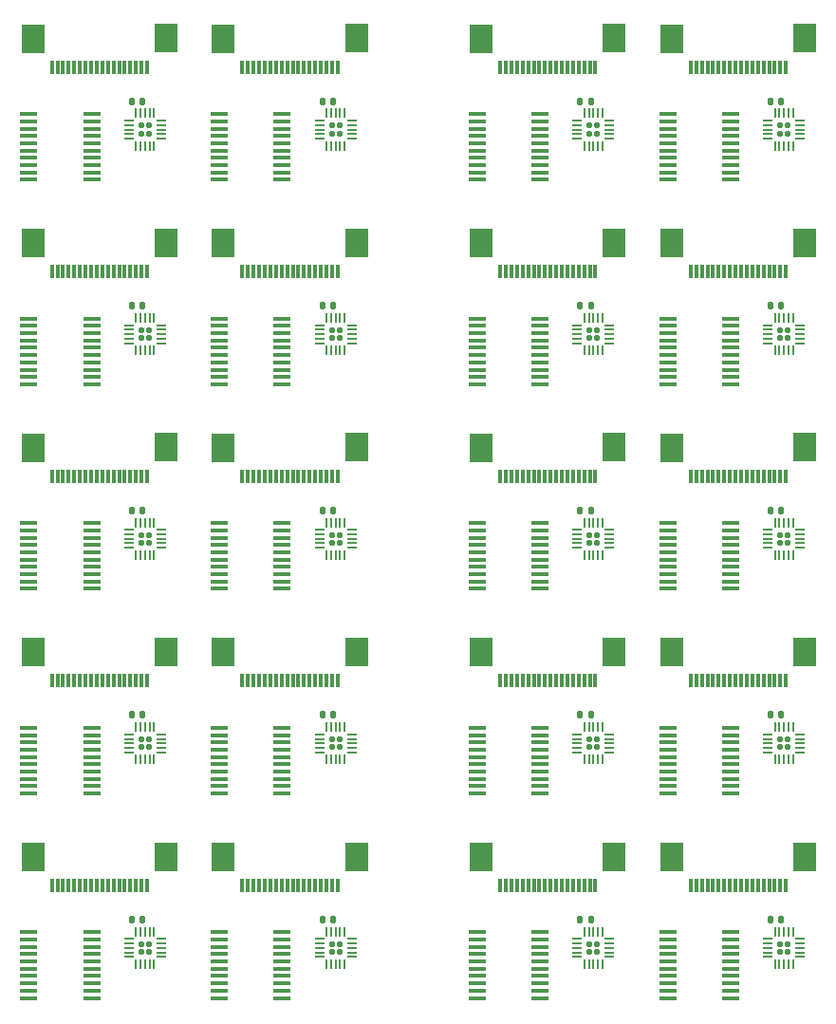
<source format=gbr>
%TF.GenerationSoftware,KiCad,Pcbnew,8.0.5-unknown-202409181836~355805756e~ubuntu22.04.1*%
%TF.CreationDate,2024-10-08T14:59:54+01:00*%
%TF.ProjectId,PANEL5x4_COM_MOD,50414e45-4c35-4783-945f-434f4d5f4d4f,1.0*%
%TF.SameCoordinates,Original*%
%TF.FileFunction,Paste,Top*%
%TF.FilePolarity,Positive*%
%FSLAX46Y46*%
G04 Gerber Fmt 4.6, Leading zero omitted, Abs format (unit mm)*
G04 Created by KiCad (PCBNEW 8.0.5-unknown-202409181836~355805756e~ubuntu22.04.1) date 2024-10-08 14:59:54*
%MOMM*%
%LPD*%
G01*
G04 APERTURE LIST*
G04 Aperture macros list*
%AMRoundRect*
0 Rectangle with rounded corners*
0 $1 Rounding radius*
0 $2 $3 $4 $5 $6 $7 $8 $9 X,Y pos of 4 corners*
0 Add a 4 corners polygon primitive as box body*
4,1,4,$2,$3,$4,$5,$6,$7,$8,$9,$2,$3,0*
0 Add four circle primitives for the rounded corners*
1,1,$1+$1,$2,$3*
1,1,$1+$1,$4,$5*
1,1,$1+$1,$6,$7*
1,1,$1+$1,$8,$9*
0 Add four rect primitives between the rounded corners*
20,1,$1+$1,$2,$3,$4,$5,0*
20,1,$1+$1,$4,$5,$6,$7,0*
20,1,$1+$1,$6,$7,$8,$9,0*
20,1,$1+$1,$8,$9,$2,$3,0*%
G04 Aperture macros list end*
%ADD10RoundRect,0.140000X0.140000X0.170000X-0.140000X0.170000X-0.140000X-0.170000X0.140000X-0.170000X0*%
%ADD11R,1.600000X0.300000*%
%ADD12RoundRect,0.125000X-0.125000X0.125000X-0.125000X-0.125000X0.125000X-0.125000X0.125000X0.125000X0*%
%ADD13RoundRect,0.050000X-0.050000X0.375000X-0.050000X-0.375000X0.050000X-0.375000X0.050000X0.375000X0*%
%ADD14RoundRect,0.050000X-0.375000X0.050000X-0.375000X-0.050000X0.375000X-0.050000X0.375000X0.050000X0*%
%ADD15R,0.300000X1.250000*%
%ADD16R,2.000000X2.500000*%
G04 APERTURE END LIST*
D10*
%TO.C,C1*%
X34339999Y-31690001D03*
X33379999Y-31690001D03*
%TD*%
D11*
%TO.C,U2*%
X24200000Y-69325003D03*
X24200000Y-69975003D03*
X24200000Y-70625003D03*
X24200000Y-71275003D03*
X24200000Y-71925003D03*
X24200000Y-72575003D03*
X24200000Y-73225003D03*
X24200000Y-73875003D03*
X24200000Y-74525003D03*
X24200000Y-75175003D03*
X29800000Y-75175003D03*
X29800000Y-74525003D03*
X29800000Y-73875003D03*
X29800000Y-73225003D03*
X29800000Y-72575003D03*
X29800000Y-71925003D03*
X29800000Y-71275003D03*
X29800000Y-70625003D03*
X29800000Y-69975003D03*
X29800000Y-69325003D03*
%TD*%
%TO.C,U2*%
X47200000Y-51075002D03*
X47200000Y-51725002D03*
X47200000Y-52375002D03*
X47200000Y-53025002D03*
X47200000Y-53675002D03*
X47200000Y-54325002D03*
X47200000Y-54975002D03*
X47200000Y-55625002D03*
X47200000Y-56275002D03*
X47200000Y-56925002D03*
X52800000Y-56925002D03*
X52800000Y-56275002D03*
X52800000Y-55625002D03*
X52800000Y-54975002D03*
X52800000Y-54325002D03*
X52800000Y-53675002D03*
X52800000Y-53025002D03*
X52800000Y-52375002D03*
X52800000Y-51725002D03*
X52800000Y-51075002D03*
%TD*%
D10*
%TO.C,C1*%
X57339999Y-49940002D03*
X56379999Y-49940002D03*
%TD*%
D12*
%TO.C,U1*%
X74919999Y-33860001D03*
X74219999Y-33860001D03*
X74919999Y-34560001D03*
X74219999Y-34560001D03*
D13*
X75369999Y-32760001D03*
X74969999Y-32760001D03*
X74569999Y-32760001D03*
X74169999Y-32760001D03*
X73769999Y-32760001D03*
D14*
X73119999Y-33410001D03*
X73119999Y-33810001D03*
X73119999Y-34210001D03*
X73119999Y-34610001D03*
X73119999Y-35010001D03*
D13*
X73769999Y-35660001D03*
X74169999Y-35660001D03*
X74569999Y-35660001D03*
X74969999Y-35660001D03*
X75369999Y-35660001D03*
D14*
X76019999Y-35010001D03*
X76019999Y-34610001D03*
X76019999Y-34210001D03*
X76019999Y-33810001D03*
X76019999Y-33410001D03*
%TD*%
D10*
%TO.C,C1*%
X34339999Y-68190003D03*
X33379999Y-68190003D03*
%TD*%
%TO.C,C1*%
X57339999Y-31690001D03*
X56379999Y-31690001D03*
%TD*%
D15*
%TO.C,FPC2*%
X34750000Y-28640001D03*
X34250000Y-28640001D03*
X33750000Y-28640001D03*
X33250000Y-28640001D03*
X32750000Y-28640001D03*
X32250000Y-28640001D03*
X31750000Y-28640001D03*
X31250000Y-28640001D03*
X30750000Y-28640001D03*
X30250000Y-28640001D03*
X29750000Y-28640001D03*
X29250000Y-28640001D03*
X28750000Y-28640001D03*
X28250000Y-28640001D03*
X27750000Y-28640001D03*
X27250000Y-28640001D03*
X26750000Y-28640001D03*
X26250000Y-28640001D03*
D16*
X36440000Y-26060001D03*
X24560000Y-26100001D03*
%TD*%
D11*
%TO.C,U2*%
X64200000Y-51075002D03*
X64200000Y-51725002D03*
X64200000Y-52375002D03*
X64200000Y-53025002D03*
X64200000Y-53675002D03*
X64200000Y-54325002D03*
X64200000Y-54975002D03*
X64200000Y-55625002D03*
X64200000Y-56275002D03*
X64200000Y-56925002D03*
X69800000Y-56925002D03*
X69800000Y-56275002D03*
X69800000Y-55625002D03*
X69800000Y-54975002D03*
X69800000Y-54325002D03*
X69800000Y-53675002D03*
X69800000Y-53025002D03*
X69800000Y-52375002D03*
X69800000Y-51725002D03*
X69800000Y-51075002D03*
%TD*%
%TO.C,U2*%
X47200000Y-69325003D03*
X47200000Y-69975003D03*
X47200000Y-70625003D03*
X47200000Y-71275003D03*
X47200000Y-71925003D03*
X47200000Y-72575003D03*
X47200000Y-73225003D03*
X47200000Y-73875003D03*
X47200000Y-74525003D03*
X47200000Y-75175003D03*
X52800000Y-75175003D03*
X52800000Y-74525003D03*
X52800000Y-73875003D03*
X52800000Y-73225003D03*
X52800000Y-72575003D03*
X52800000Y-71925003D03*
X52800000Y-71275003D03*
X52800000Y-70625003D03*
X52800000Y-69975003D03*
X52800000Y-69325003D03*
%TD*%
D12*
%TO.C,U1*%
X34919999Y-88610004D03*
X34219999Y-88610004D03*
X34919999Y-89310004D03*
X34219999Y-89310004D03*
D13*
X35369999Y-87510004D03*
X34969999Y-87510004D03*
X34569999Y-87510004D03*
X34169999Y-87510004D03*
X33769999Y-87510004D03*
D14*
X33119999Y-88160004D03*
X33119999Y-88560004D03*
X33119999Y-88960004D03*
X33119999Y-89360004D03*
X33119999Y-89760004D03*
D13*
X33769999Y-90410004D03*
X34169999Y-90410004D03*
X34569999Y-90410004D03*
X34969999Y-90410004D03*
X35369999Y-90410004D03*
D14*
X36019999Y-89760004D03*
X36019999Y-89360004D03*
X36019999Y-88960004D03*
X36019999Y-88560004D03*
X36019999Y-88160004D03*
%TD*%
D11*
%TO.C,U2*%
X47200000Y-14575000D03*
X47200000Y-15225000D03*
X47200000Y-15875000D03*
X47200000Y-16525000D03*
X47200000Y-17175000D03*
X47200000Y-17825000D03*
X47200000Y-18475000D03*
X47200000Y-19125000D03*
X47200000Y-19775000D03*
X47200000Y-20425000D03*
X52800000Y-20425000D03*
X52800000Y-19775000D03*
X52800000Y-19125000D03*
X52800000Y-18475000D03*
X52800000Y-17825000D03*
X52800000Y-17175000D03*
X52800000Y-16525000D03*
X52800000Y-15875000D03*
X52800000Y-15225000D03*
X52800000Y-14575000D03*
%TD*%
D15*
%TO.C,FPC2*%
X17750000Y-83390004D03*
X17250000Y-83390004D03*
X16750000Y-83390004D03*
X16250000Y-83390004D03*
X15750000Y-83390004D03*
X15250000Y-83390004D03*
X14750000Y-83390004D03*
X14250000Y-83390004D03*
X13750000Y-83390004D03*
X13250000Y-83390004D03*
X12750000Y-83390004D03*
X12250000Y-83390004D03*
X11750000Y-83390004D03*
X11250000Y-83390004D03*
X10750000Y-83390004D03*
X10250000Y-83390004D03*
X9750000Y-83390004D03*
X9250000Y-83390004D03*
D16*
X19440000Y-80810004D03*
X7560000Y-80850004D03*
%TD*%
D11*
%TO.C,U2*%
X7200000Y-32825001D03*
X7200000Y-33475001D03*
X7200000Y-34125001D03*
X7200000Y-34775001D03*
X7200000Y-35425001D03*
X7200000Y-36075001D03*
X7200000Y-36725001D03*
X7200000Y-37375001D03*
X7200000Y-38025001D03*
X7200000Y-38675001D03*
X12800000Y-38675001D03*
X12800000Y-38025001D03*
X12800000Y-37375001D03*
X12800000Y-36725001D03*
X12800000Y-36075001D03*
X12800000Y-35425001D03*
X12800000Y-34775001D03*
X12800000Y-34125001D03*
X12800000Y-33475001D03*
X12800000Y-32825001D03*
%TD*%
D12*
%TO.C,U1*%
X34919999Y-15610000D03*
X34219999Y-15610000D03*
X34919999Y-16310000D03*
X34219999Y-16310000D03*
D13*
X35369999Y-14510000D03*
X34969999Y-14510000D03*
X34569999Y-14510000D03*
X34169999Y-14510000D03*
X33769999Y-14510000D03*
D14*
X33119999Y-15160000D03*
X33119999Y-15560000D03*
X33119999Y-15960000D03*
X33119999Y-16360000D03*
X33119999Y-16760000D03*
D13*
X33769999Y-17410000D03*
X34169999Y-17410000D03*
X34569999Y-17410000D03*
X34969999Y-17410000D03*
X35369999Y-17410000D03*
D14*
X36019999Y-16760000D03*
X36019999Y-16360000D03*
X36019999Y-15960000D03*
X36019999Y-15560000D03*
X36019999Y-15160000D03*
%TD*%
D10*
%TO.C,C1*%
X17339999Y-31690001D03*
X16379999Y-31690001D03*
%TD*%
D15*
%TO.C,FPC2*%
X34750000Y-65140003D03*
X34250000Y-65140003D03*
X33750000Y-65140003D03*
X33250000Y-65140003D03*
X32750000Y-65140003D03*
X32250000Y-65140003D03*
X31750000Y-65140003D03*
X31250000Y-65140003D03*
X30750000Y-65140003D03*
X30250000Y-65140003D03*
X29750000Y-65140003D03*
X29250000Y-65140003D03*
X28750000Y-65140003D03*
X28250000Y-65140003D03*
X27750000Y-65140003D03*
X27250000Y-65140003D03*
X26750000Y-65140003D03*
X26250000Y-65140003D03*
D16*
X36440000Y-62560003D03*
X24560000Y-62600003D03*
%TD*%
D12*
%TO.C,U1*%
X17919999Y-70360003D03*
X17219999Y-70360003D03*
X17919999Y-71060003D03*
X17219999Y-71060003D03*
D13*
X18369999Y-69260003D03*
X17969999Y-69260003D03*
X17569999Y-69260003D03*
X17169999Y-69260003D03*
X16769999Y-69260003D03*
D14*
X16119999Y-69910003D03*
X16119999Y-70310003D03*
X16119999Y-70710003D03*
X16119999Y-71110003D03*
X16119999Y-71510003D03*
D13*
X16769999Y-72160003D03*
X17169999Y-72160003D03*
X17569999Y-72160003D03*
X17969999Y-72160003D03*
X18369999Y-72160003D03*
D14*
X19019999Y-71510003D03*
X19019999Y-71110003D03*
X19019999Y-70710003D03*
X19019999Y-70310003D03*
X19019999Y-69910003D03*
%TD*%
D12*
%TO.C,U1*%
X57919999Y-70360003D03*
X57219999Y-70360003D03*
X57919999Y-71060003D03*
X57219999Y-71060003D03*
D13*
X58369999Y-69260003D03*
X57969999Y-69260003D03*
X57569999Y-69260003D03*
X57169999Y-69260003D03*
X56769999Y-69260003D03*
D14*
X56119999Y-69910003D03*
X56119999Y-70310003D03*
X56119999Y-70710003D03*
X56119999Y-71110003D03*
X56119999Y-71510003D03*
D13*
X56769999Y-72160003D03*
X57169999Y-72160003D03*
X57569999Y-72160003D03*
X57969999Y-72160003D03*
X58369999Y-72160003D03*
D14*
X59019999Y-71510003D03*
X59019999Y-71110003D03*
X59019999Y-70710003D03*
X59019999Y-70310003D03*
X59019999Y-69910003D03*
%TD*%
D11*
%TO.C,U2*%
X24200000Y-87575004D03*
X24200000Y-88225004D03*
X24200000Y-88875004D03*
X24200000Y-89525004D03*
X24200000Y-90175004D03*
X24200000Y-90825004D03*
X24200000Y-91475004D03*
X24200000Y-92125004D03*
X24200000Y-92775004D03*
X24200000Y-93425004D03*
X29800000Y-93425004D03*
X29800000Y-92775004D03*
X29800000Y-92125004D03*
X29800000Y-91475004D03*
X29800000Y-90825004D03*
X29800000Y-90175004D03*
X29800000Y-89525004D03*
X29800000Y-88875004D03*
X29800000Y-88225004D03*
X29800000Y-87575004D03*
%TD*%
D15*
%TO.C,FPC2*%
X17750000Y-28640001D03*
X17250000Y-28640001D03*
X16750000Y-28640001D03*
X16250000Y-28640001D03*
X15750000Y-28640001D03*
X15250000Y-28640001D03*
X14750000Y-28640001D03*
X14250000Y-28640001D03*
X13750000Y-28640001D03*
X13250000Y-28640001D03*
X12750000Y-28640001D03*
X12250000Y-28640001D03*
X11750000Y-28640001D03*
X11250000Y-28640001D03*
X10750000Y-28640001D03*
X10250000Y-28640001D03*
X9750000Y-28640001D03*
X9250000Y-28640001D03*
D16*
X19440000Y-26060001D03*
X7560000Y-26100001D03*
%TD*%
D15*
%TO.C,FPC2*%
X57750000Y-46890002D03*
X57250000Y-46890002D03*
X56750000Y-46890002D03*
X56250000Y-46890002D03*
X55750000Y-46890002D03*
X55250000Y-46890002D03*
X54750000Y-46890002D03*
X54250000Y-46890002D03*
X53750000Y-46890002D03*
X53250000Y-46890002D03*
X52750000Y-46890002D03*
X52250000Y-46890002D03*
X51750000Y-46890002D03*
X51250000Y-46890002D03*
X50750000Y-46890002D03*
X50250000Y-46890002D03*
X49750000Y-46890002D03*
X49250000Y-46890002D03*
D16*
X59440000Y-44310002D03*
X47560000Y-44350002D03*
%TD*%
D15*
%TO.C,FPC2*%
X34750000Y-83390004D03*
X34250000Y-83390004D03*
X33750000Y-83390004D03*
X33250000Y-83390004D03*
X32750000Y-83390004D03*
X32250000Y-83390004D03*
X31750000Y-83390004D03*
X31250000Y-83390004D03*
X30750000Y-83390004D03*
X30250000Y-83390004D03*
X29750000Y-83390004D03*
X29250000Y-83390004D03*
X28750000Y-83390004D03*
X28250000Y-83390004D03*
X27750000Y-83390004D03*
X27250000Y-83390004D03*
X26750000Y-83390004D03*
X26250000Y-83390004D03*
D16*
X36440000Y-80810004D03*
X24560000Y-80850004D03*
%TD*%
D12*
%TO.C,U1*%
X74919999Y-15610000D03*
X74219999Y-15610000D03*
X74919999Y-16310000D03*
X74219999Y-16310000D03*
D13*
X75369999Y-14510000D03*
X74969999Y-14510000D03*
X74569999Y-14510000D03*
X74169999Y-14510000D03*
X73769999Y-14510000D03*
D14*
X73119999Y-15160000D03*
X73119999Y-15560000D03*
X73119999Y-15960000D03*
X73119999Y-16360000D03*
X73119999Y-16760000D03*
D13*
X73769999Y-17410000D03*
X74169999Y-17410000D03*
X74569999Y-17410000D03*
X74969999Y-17410000D03*
X75369999Y-17410000D03*
D14*
X76019999Y-16760000D03*
X76019999Y-16360000D03*
X76019999Y-15960000D03*
X76019999Y-15560000D03*
X76019999Y-15160000D03*
%TD*%
D15*
%TO.C,FPC2*%
X17750000Y-46890002D03*
X17250000Y-46890002D03*
X16750000Y-46890002D03*
X16250000Y-46890002D03*
X15750000Y-46890002D03*
X15250000Y-46890002D03*
X14750000Y-46890002D03*
X14250000Y-46890002D03*
X13750000Y-46890002D03*
X13250000Y-46890002D03*
X12750000Y-46890002D03*
X12250000Y-46890002D03*
X11750000Y-46890002D03*
X11250000Y-46890002D03*
X10750000Y-46890002D03*
X10250000Y-46890002D03*
X9750000Y-46890002D03*
X9250000Y-46890002D03*
D16*
X19440000Y-44310002D03*
X7560000Y-44350002D03*
%TD*%
D15*
%TO.C,FPC2*%
X17750000Y-65140003D03*
X17250000Y-65140003D03*
X16750000Y-65140003D03*
X16250000Y-65140003D03*
X15750000Y-65140003D03*
X15250000Y-65140003D03*
X14750000Y-65140003D03*
X14250000Y-65140003D03*
X13750000Y-65140003D03*
X13250000Y-65140003D03*
X12750000Y-65140003D03*
X12250000Y-65140003D03*
X11750000Y-65140003D03*
X11250000Y-65140003D03*
X10750000Y-65140003D03*
X10250000Y-65140003D03*
X9750000Y-65140003D03*
X9250000Y-65140003D03*
D16*
X19440000Y-62560003D03*
X7560000Y-62600003D03*
%TD*%
D15*
%TO.C,FPC2*%
X57750000Y-65140003D03*
X57250000Y-65140003D03*
X56750000Y-65140003D03*
X56250000Y-65140003D03*
X55750000Y-65140003D03*
X55250000Y-65140003D03*
X54750000Y-65140003D03*
X54250000Y-65140003D03*
X53750000Y-65140003D03*
X53250000Y-65140003D03*
X52750000Y-65140003D03*
X52250000Y-65140003D03*
X51750000Y-65140003D03*
X51250000Y-65140003D03*
X50750000Y-65140003D03*
X50250000Y-65140003D03*
X49750000Y-65140003D03*
X49250000Y-65140003D03*
D16*
X59440000Y-62560003D03*
X47560000Y-62600003D03*
%TD*%
D11*
%TO.C,U2*%
X7200000Y-87575004D03*
X7200000Y-88225004D03*
X7200000Y-88875004D03*
X7200000Y-89525004D03*
X7200000Y-90175004D03*
X7200000Y-90825004D03*
X7200000Y-91475004D03*
X7200000Y-92125004D03*
X7200000Y-92775004D03*
X7200000Y-93425004D03*
X12800000Y-93425004D03*
X12800000Y-92775004D03*
X12800000Y-92125004D03*
X12800000Y-91475004D03*
X12800000Y-90825004D03*
X12800000Y-90175004D03*
X12800000Y-89525004D03*
X12800000Y-88875004D03*
X12800000Y-88225004D03*
X12800000Y-87575004D03*
%TD*%
D10*
%TO.C,C1*%
X17339999Y-86440004D03*
X16379999Y-86440004D03*
%TD*%
D11*
%TO.C,U2*%
X64200000Y-14575000D03*
X64200000Y-15225000D03*
X64200000Y-15875000D03*
X64200000Y-16525000D03*
X64200000Y-17175000D03*
X64200000Y-17825000D03*
X64200000Y-18475000D03*
X64200000Y-19125000D03*
X64200000Y-19775000D03*
X64200000Y-20425000D03*
X69800000Y-20425000D03*
X69800000Y-19775000D03*
X69800000Y-19125000D03*
X69800000Y-18475000D03*
X69800000Y-17825000D03*
X69800000Y-17175000D03*
X69800000Y-16525000D03*
X69800000Y-15875000D03*
X69800000Y-15225000D03*
X69800000Y-14575000D03*
%TD*%
D10*
%TO.C,C1*%
X57339999Y-86440004D03*
X56379999Y-86440004D03*
%TD*%
%TO.C,C1*%
X17339999Y-68190003D03*
X16379999Y-68190003D03*
%TD*%
D15*
%TO.C,FPC2*%
X57750000Y-10390000D03*
X57250000Y-10390000D03*
X56750000Y-10390000D03*
X56250000Y-10390000D03*
X55750000Y-10390000D03*
X55250000Y-10390000D03*
X54750000Y-10390000D03*
X54250000Y-10390000D03*
X53750000Y-10390000D03*
X53250000Y-10390000D03*
X52750000Y-10390000D03*
X52250000Y-10390000D03*
X51750000Y-10390000D03*
X51250000Y-10390000D03*
X50750000Y-10390000D03*
X50250000Y-10390000D03*
X49750000Y-10390000D03*
X49250000Y-10390000D03*
D16*
X59440000Y-7810000D03*
X47560000Y-7850000D03*
%TD*%
D12*
%TO.C,U1*%
X17919999Y-33860001D03*
X17219999Y-33860001D03*
X17919999Y-34560001D03*
X17219999Y-34560001D03*
D13*
X18369999Y-32760001D03*
X17969999Y-32760001D03*
X17569999Y-32760001D03*
X17169999Y-32760001D03*
X16769999Y-32760001D03*
D14*
X16119999Y-33410001D03*
X16119999Y-33810001D03*
X16119999Y-34210001D03*
X16119999Y-34610001D03*
X16119999Y-35010001D03*
D13*
X16769999Y-35660001D03*
X17169999Y-35660001D03*
X17569999Y-35660001D03*
X17969999Y-35660001D03*
X18369999Y-35660001D03*
D14*
X19019999Y-35010001D03*
X19019999Y-34610001D03*
X19019999Y-34210001D03*
X19019999Y-33810001D03*
X19019999Y-33410001D03*
%TD*%
D11*
%TO.C,U2*%
X64200000Y-69325003D03*
X64200000Y-69975003D03*
X64200000Y-70625003D03*
X64200000Y-71275003D03*
X64200000Y-71925003D03*
X64200000Y-72575003D03*
X64200000Y-73225003D03*
X64200000Y-73875003D03*
X64200000Y-74525003D03*
X64200000Y-75175003D03*
X69800000Y-75175003D03*
X69800000Y-74525003D03*
X69800000Y-73875003D03*
X69800000Y-73225003D03*
X69800000Y-72575003D03*
X69800000Y-71925003D03*
X69800000Y-71275003D03*
X69800000Y-70625003D03*
X69800000Y-69975003D03*
X69800000Y-69325003D03*
%TD*%
%TO.C,U2*%
X64200000Y-87575004D03*
X64200000Y-88225004D03*
X64200000Y-88875004D03*
X64200000Y-89525004D03*
X64200000Y-90175004D03*
X64200000Y-90825004D03*
X64200000Y-91475004D03*
X64200000Y-92125004D03*
X64200000Y-92775004D03*
X64200000Y-93425004D03*
X69800000Y-93425004D03*
X69800000Y-92775004D03*
X69800000Y-92125004D03*
X69800000Y-91475004D03*
X69800000Y-90825004D03*
X69800000Y-90175004D03*
X69800000Y-89525004D03*
X69800000Y-88875004D03*
X69800000Y-88225004D03*
X69800000Y-87575004D03*
%TD*%
%TO.C,U2*%
X7200000Y-14575000D03*
X7200000Y-15225000D03*
X7200000Y-15875000D03*
X7200000Y-16525000D03*
X7200000Y-17175000D03*
X7200000Y-17825000D03*
X7200000Y-18475000D03*
X7200000Y-19125000D03*
X7200000Y-19775000D03*
X7200000Y-20425000D03*
X12800000Y-20425000D03*
X12800000Y-19775000D03*
X12800000Y-19125000D03*
X12800000Y-18475000D03*
X12800000Y-17825000D03*
X12800000Y-17175000D03*
X12800000Y-16525000D03*
X12800000Y-15875000D03*
X12800000Y-15225000D03*
X12800000Y-14575000D03*
%TD*%
%TO.C,U2*%
X24200000Y-14575000D03*
X24200000Y-15225000D03*
X24200000Y-15875000D03*
X24200000Y-16525000D03*
X24200000Y-17175000D03*
X24200000Y-17825000D03*
X24200000Y-18475000D03*
X24200000Y-19125000D03*
X24200000Y-19775000D03*
X24200000Y-20425000D03*
X29800000Y-20425000D03*
X29800000Y-19775000D03*
X29800000Y-19125000D03*
X29800000Y-18475000D03*
X29800000Y-17825000D03*
X29800000Y-17175000D03*
X29800000Y-16525000D03*
X29800000Y-15875000D03*
X29800000Y-15225000D03*
X29800000Y-14575000D03*
%TD*%
D15*
%TO.C,FPC2*%
X74750000Y-83390004D03*
X74250000Y-83390004D03*
X73750000Y-83390004D03*
X73250000Y-83390004D03*
X72750000Y-83390004D03*
X72250000Y-83390004D03*
X71750000Y-83390004D03*
X71250000Y-83390004D03*
X70750000Y-83390004D03*
X70250000Y-83390004D03*
X69750000Y-83390004D03*
X69250000Y-83390004D03*
X68750000Y-83390004D03*
X68250000Y-83390004D03*
X67750000Y-83390004D03*
X67250000Y-83390004D03*
X66750000Y-83390004D03*
X66250000Y-83390004D03*
D16*
X76440000Y-80810004D03*
X64560000Y-80850004D03*
%TD*%
D10*
%TO.C,C1*%
X17339999Y-49940002D03*
X16379999Y-49940002D03*
%TD*%
%TO.C,C1*%
X57339999Y-68190003D03*
X56379999Y-68190003D03*
%TD*%
D12*
%TO.C,U1*%
X17919999Y-88610004D03*
X17219999Y-88610004D03*
X17919999Y-89310004D03*
X17219999Y-89310004D03*
D13*
X18369999Y-87510004D03*
X17969999Y-87510004D03*
X17569999Y-87510004D03*
X17169999Y-87510004D03*
X16769999Y-87510004D03*
D14*
X16119999Y-88160004D03*
X16119999Y-88560004D03*
X16119999Y-88960004D03*
X16119999Y-89360004D03*
X16119999Y-89760004D03*
D13*
X16769999Y-90410004D03*
X17169999Y-90410004D03*
X17569999Y-90410004D03*
X17969999Y-90410004D03*
X18369999Y-90410004D03*
D14*
X19019999Y-89760004D03*
X19019999Y-89360004D03*
X19019999Y-88960004D03*
X19019999Y-88560004D03*
X19019999Y-88160004D03*
%TD*%
D12*
%TO.C,U1*%
X74919999Y-70360003D03*
X74219999Y-70360003D03*
X74919999Y-71060003D03*
X74219999Y-71060003D03*
D13*
X75369999Y-69260003D03*
X74969999Y-69260003D03*
X74569999Y-69260003D03*
X74169999Y-69260003D03*
X73769999Y-69260003D03*
D14*
X73119999Y-69910003D03*
X73119999Y-70310003D03*
X73119999Y-70710003D03*
X73119999Y-71110003D03*
X73119999Y-71510003D03*
D13*
X73769999Y-72160003D03*
X74169999Y-72160003D03*
X74569999Y-72160003D03*
X74969999Y-72160003D03*
X75369999Y-72160003D03*
D14*
X76019999Y-71510003D03*
X76019999Y-71110003D03*
X76019999Y-70710003D03*
X76019999Y-70310003D03*
X76019999Y-69910003D03*
%TD*%
D11*
%TO.C,U2*%
X47200000Y-87575004D03*
X47200000Y-88225004D03*
X47200000Y-88875004D03*
X47200000Y-89525004D03*
X47200000Y-90175004D03*
X47200000Y-90825004D03*
X47200000Y-91475004D03*
X47200000Y-92125004D03*
X47200000Y-92775004D03*
X47200000Y-93425004D03*
X52800000Y-93425004D03*
X52800000Y-92775004D03*
X52800000Y-92125004D03*
X52800000Y-91475004D03*
X52800000Y-90825004D03*
X52800000Y-90175004D03*
X52800000Y-89525004D03*
X52800000Y-88875004D03*
X52800000Y-88225004D03*
X52800000Y-87575004D03*
%TD*%
D15*
%TO.C,FPC2*%
X57750000Y-28640001D03*
X57250000Y-28640001D03*
X56750000Y-28640001D03*
X56250000Y-28640001D03*
X55750000Y-28640001D03*
X55250000Y-28640001D03*
X54750000Y-28640001D03*
X54250000Y-28640001D03*
X53750000Y-28640001D03*
X53250000Y-28640001D03*
X52750000Y-28640001D03*
X52250000Y-28640001D03*
X51750000Y-28640001D03*
X51250000Y-28640001D03*
X50750000Y-28640001D03*
X50250000Y-28640001D03*
X49750000Y-28640001D03*
X49250000Y-28640001D03*
D16*
X59440000Y-26060001D03*
X47560000Y-26100001D03*
%TD*%
D15*
%TO.C,FPC2*%
X74750000Y-65140003D03*
X74250000Y-65140003D03*
X73750000Y-65140003D03*
X73250000Y-65140003D03*
X72750000Y-65140003D03*
X72250000Y-65140003D03*
X71750000Y-65140003D03*
X71250000Y-65140003D03*
X70750000Y-65140003D03*
X70250000Y-65140003D03*
X69750000Y-65140003D03*
X69250000Y-65140003D03*
X68750000Y-65140003D03*
X68250000Y-65140003D03*
X67750000Y-65140003D03*
X67250000Y-65140003D03*
X66750000Y-65140003D03*
X66250000Y-65140003D03*
D16*
X76440000Y-62560003D03*
X64560000Y-62600003D03*
%TD*%
D12*
%TO.C,U1*%
X17919999Y-52110002D03*
X17219999Y-52110002D03*
X17919999Y-52810002D03*
X17219999Y-52810002D03*
D13*
X18369999Y-51010002D03*
X17969999Y-51010002D03*
X17569999Y-51010002D03*
X17169999Y-51010002D03*
X16769999Y-51010002D03*
D14*
X16119999Y-51660002D03*
X16119999Y-52060002D03*
X16119999Y-52460002D03*
X16119999Y-52860002D03*
X16119999Y-53260002D03*
D13*
X16769999Y-53910002D03*
X17169999Y-53910002D03*
X17569999Y-53910002D03*
X17969999Y-53910002D03*
X18369999Y-53910002D03*
D14*
X19019999Y-53260002D03*
X19019999Y-52860002D03*
X19019999Y-52460002D03*
X19019999Y-52060002D03*
X19019999Y-51660002D03*
%TD*%
D10*
%TO.C,C1*%
X74339999Y-68190003D03*
X73379999Y-68190003D03*
%TD*%
D15*
%TO.C,FPC2*%
X57750000Y-83390004D03*
X57250000Y-83390004D03*
X56750000Y-83390004D03*
X56250000Y-83390004D03*
X55750000Y-83390004D03*
X55250000Y-83390004D03*
X54750000Y-83390004D03*
X54250000Y-83390004D03*
X53750000Y-83390004D03*
X53250000Y-83390004D03*
X52750000Y-83390004D03*
X52250000Y-83390004D03*
X51750000Y-83390004D03*
X51250000Y-83390004D03*
X50750000Y-83390004D03*
X50250000Y-83390004D03*
X49750000Y-83390004D03*
X49250000Y-83390004D03*
D16*
X59440000Y-80810004D03*
X47560000Y-80850004D03*
%TD*%
D12*
%TO.C,U1*%
X57919999Y-15610000D03*
X57219999Y-15610000D03*
X57919999Y-16310000D03*
X57219999Y-16310000D03*
D13*
X58369999Y-14510000D03*
X57969999Y-14510000D03*
X57569999Y-14510000D03*
X57169999Y-14510000D03*
X56769999Y-14510000D03*
D14*
X56119999Y-15160000D03*
X56119999Y-15560000D03*
X56119999Y-15960000D03*
X56119999Y-16360000D03*
X56119999Y-16760000D03*
D13*
X56769999Y-17410000D03*
X57169999Y-17410000D03*
X57569999Y-17410000D03*
X57969999Y-17410000D03*
X58369999Y-17410000D03*
D14*
X59019999Y-16760000D03*
X59019999Y-16360000D03*
X59019999Y-15960000D03*
X59019999Y-15560000D03*
X59019999Y-15160000D03*
%TD*%
D12*
%TO.C,U1*%
X34919999Y-70360003D03*
X34219999Y-70360003D03*
X34919999Y-71060003D03*
X34219999Y-71060003D03*
D13*
X35369999Y-69260003D03*
X34969999Y-69260003D03*
X34569999Y-69260003D03*
X34169999Y-69260003D03*
X33769999Y-69260003D03*
D14*
X33119999Y-69910003D03*
X33119999Y-70310003D03*
X33119999Y-70710003D03*
X33119999Y-71110003D03*
X33119999Y-71510003D03*
D13*
X33769999Y-72160003D03*
X34169999Y-72160003D03*
X34569999Y-72160003D03*
X34969999Y-72160003D03*
X35369999Y-72160003D03*
D14*
X36019999Y-71510003D03*
X36019999Y-71110003D03*
X36019999Y-70710003D03*
X36019999Y-70310003D03*
X36019999Y-69910003D03*
%TD*%
D12*
%TO.C,U1*%
X74919999Y-88610004D03*
X74219999Y-88610004D03*
X74919999Y-89310004D03*
X74219999Y-89310004D03*
D13*
X75369999Y-87510004D03*
X74969999Y-87510004D03*
X74569999Y-87510004D03*
X74169999Y-87510004D03*
X73769999Y-87510004D03*
D14*
X73119999Y-88160004D03*
X73119999Y-88560004D03*
X73119999Y-88960004D03*
X73119999Y-89360004D03*
X73119999Y-89760004D03*
D13*
X73769999Y-90410004D03*
X74169999Y-90410004D03*
X74569999Y-90410004D03*
X74969999Y-90410004D03*
X75369999Y-90410004D03*
D14*
X76019999Y-89760004D03*
X76019999Y-89360004D03*
X76019999Y-88960004D03*
X76019999Y-88560004D03*
X76019999Y-88160004D03*
%TD*%
D10*
%TO.C,C1*%
X74339999Y-31690001D03*
X73379999Y-31690001D03*
%TD*%
D15*
%TO.C,FPC2*%
X74750000Y-10390000D03*
X74250000Y-10390000D03*
X73750000Y-10390000D03*
X73250000Y-10390000D03*
X72750000Y-10390000D03*
X72250000Y-10390000D03*
X71750000Y-10390000D03*
X71250000Y-10390000D03*
X70750000Y-10390000D03*
X70250000Y-10390000D03*
X69750000Y-10390000D03*
X69250000Y-10390000D03*
X68750000Y-10390000D03*
X68250000Y-10390000D03*
X67750000Y-10390000D03*
X67250000Y-10390000D03*
X66750000Y-10390000D03*
X66250000Y-10390000D03*
D16*
X76440000Y-7810000D03*
X64560000Y-7850000D03*
%TD*%
D15*
%TO.C,FPC2*%
X74750000Y-28640001D03*
X74250000Y-28640001D03*
X73750000Y-28640001D03*
X73250000Y-28640001D03*
X72750000Y-28640001D03*
X72250000Y-28640001D03*
X71750000Y-28640001D03*
X71250000Y-28640001D03*
X70750000Y-28640001D03*
X70250000Y-28640001D03*
X69750000Y-28640001D03*
X69250000Y-28640001D03*
X68750000Y-28640001D03*
X68250000Y-28640001D03*
X67750000Y-28640001D03*
X67250000Y-28640001D03*
X66750000Y-28640001D03*
X66250000Y-28640001D03*
D16*
X76440000Y-26060001D03*
X64560000Y-26100001D03*
%TD*%
D12*
%TO.C,U1*%
X57919999Y-52110002D03*
X57219999Y-52110002D03*
X57919999Y-52810002D03*
X57219999Y-52810002D03*
D13*
X58369999Y-51010002D03*
X57969999Y-51010002D03*
X57569999Y-51010002D03*
X57169999Y-51010002D03*
X56769999Y-51010002D03*
D14*
X56119999Y-51660002D03*
X56119999Y-52060002D03*
X56119999Y-52460002D03*
X56119999Y-52860002D03*
X56119999Y-53260002D03*
D13*
X56769999Y-53910002D03*
X57169999Y-53910002D03*
X57569999Y-53910002D03*
X57969999Y-53910002D03*
X58369999Y-53910002D03*
D14*
X59019999Y-53260002D03*
X59019999Y-52860002D03*
X59019999Y-52460002D03*
X59019999Y-52060002D03*
X59019999Y-51660002D03*
%TD*%
D10*
%TO.C,C1*%
X34339999Y-86440004D03*
X33379999Y-86440004D03*
%TD*%
%TO.C,C1*%
X74339999Y-86440004D03*
X73379999Y-86440004D03*
%TD*%
%TO.C,C1*%
X57339999Y-13440000D03*
X56379999Y-13440000D03*
%TD*%
D12*
%TO.C,U1*%
X34919999Y-52110002D03*
X34219999Y-52110002D03*
X34919999Y-52810002D03*
X34219999Y-52810002D03*
D13*
X35369999Y-51010002D03*
X34969999Y-51010002D03*
X34569999Y-51010002D03*
X34169999Y-51010002D03*
X33769999Y-51010002D03*
D14*
X33119999Y-51660002D03*
X33119999Y-52060002D03*
X33119999Y-52460002D03*
X33119999Y-52860002D03*
X33119999Y-53260002D03*
D13*
X33769999Y-53910002D03*
X34169999Y-53910002D03*
X34569999Y-53910002D03*
X34969999Y-53910002D03*
X35369999Y-53910002D03*
D14*
X36019999Y-53260002D03*
X36019999Y-52860002D03*
X36019999Y-52460002D03*
X36019999Y-52060002D03*
X36019999Y-51660002D03*
%TD*%
D15*
%TO.C,FPC2*%
X74750000Y-46890002D03*
X74250000Y-46890002D03*
X73750000Y-46890002D03*
X73250000Y-46890002D03*
X72750000Y-46890002D03*
X72250000Y-46890002D03*
X71750000Y-46890002D03*
X71250000Y-46890002D03*
X70750000Y-46890002D03*
X70250000Y-46890002D03*
X69750000Y-46890002D03*
X69250000Y-46890002D03*
X68750000Y-46890002D03*
X68250000Y-46890002D03*
X67750000Y-46890002D03*
X67250000Y-46890002D03*
X66750000Y-46890002D03*
X66250000Y-46890002D03*
D16*
X76440000Y-44310002D03*
X64560000Y-44350002D03*
%TD*%
D10*
%TO.C,C1*%
X34339999Y-49940002D03*
X33379999Y-49940002D03*
%TD*%
D11*
%TO.C,U2*%
X24200000Y-51075002D03*
X24200000Y-51725002D03*
X24200000Y-52375002D03*
X24200000Y-53025002D03*
X24200000Y-53675002D03*
X24200000Y-54325002D03*
X24200000Y-54975002D03*
X24200000Y-55625002D03*
X24200000Y-56275002D03*
X24200000Y-56925002D03*
X29800000Y-56925002D03*
X29800000Y-56275002D03*
X29800000Y-55625002D03*
X29800000Y-54975002D03*
X29800000Y-54325002D03*
X29800000Y-53675002D03*
X29800000Y-53025002D03*
X29800000Y-52375002D03*
X29800000Y-51725002D03*
X29800000Y-51075002D03*
%TD*%
%TO.C,U2*%
X64200000Y-32825001D03*
X64200000Y-33475001D03*
X64200000Y-34125001D03*
X64200000Y-34775001D03*
X64200000Y-35425001D03*
X64200000Y-36075001D03*
X64200000Y-36725001D03*
X64200000Y-37375001D03*
X64200000Y-38025001D03*
X64200000Y-38675001D03*
X69800000Y-38675001D03*
X69800000Y-38025001D03*
X69800000Y-37375001D03*
X69800000Y-36725001D03*
X69800000Y-36075001D03*
X69800000Y-35425001D03*
X69800000Y-34775001D03*
X69800000Y-34125001D03*
X69800000Y-33475001D03*
X69800000Y-32825001D03*
%TD*%
D12*
%TO.C,U1*%
X17919999Y-15610000D03*
X17219999Y-15610000D03*
X17919999Y-16310000D03*
X17219999Y-16310000D03*
D13*
X18369999Y-14510000D03*
X17969999Y-14510000D03*
X17569999Y-14510000D03*
X17169999Y-14510000D03*
X16769999Y-14510000D03*
D14*
X16119999Y-15160000D03*
X16119999Y-15560000D03*
X16119999Y-15960000D03*
X16119999Y-16360000D03*
X16119999Y-16760000D03*
D13*
X16769999Y-17410000D03*
X17169999Y-17410000D03*
X17569999Y-17410000D03*
X17969999Y-17410000D03*
X18369999Y-17410000D03*
D14*
X19019999Y-16760000D03*
X19019999Y-16360000D03*
X19019999Y-15960000D03*
X19019999Y-15560000D03*
X19019999Y-15160000D03*
%TD*%
D11*
%TO.C,U2*%
X47200000Y-32825001D03*
X47200000Y-33475001D03*
X47200000Y-34125001D03*
X47200000Y-34775001D03*
X47200000Y-35425001D03*
X47200000Y-36075001D03*
X47200000Y-36725001D03*
X47200000Y-37375001D03*
X47200000Y-38025001D03*
X47200000Y-38675001D03*
X52800000Y-38675001D03*
X52800000Y-38025001D03*
X52800000Y-37375001D03*
X52800000Y-36725001D03*
X52800000Y-36075001D03*
X52800000Y-35425001D03*
X52800000Y-34775001D03*
X52800000Y-34125001D03*
X52800000Y-33475001D03*
X52800000Y-32825001D03*
%TD*%
D10*
%TO.C,C1*%
X17339999Y-13440000D03*
X16379999Y-13440000D03*
%TD*%
D12*
%TO.C,U1*%
X57919999Y-88610004D03*
X57219999Y-88610004D03*
X57919999Y-89310004D03*
X57219999Y-89310004D03*
D13*
X58369999Y-87510004D03*
X57969999Y-87510004D03*
X57569999Y-87510004D03*
X57169999Y-87510004D03*
X56769999Y-87510004D03*
D14*
X56119999Y-88160004D03*
X56119999Y-88560004D03*
X56119999Y-88960004D03*
X56119999Y-89360004D03*
X56119999Y-89760004D03*
D13*
X56769999Y-90410004D03*
X57169999Y-90410004D03*
X57569999Y-90410004D03*
X57969999Y-90410004D03*
X58369999Y-90410004D03*
D14*
X59019999Y-89760004D03*
X59019999Y-89360004D03*
X59019999Y-88960004D03*
X59019999Y-88560004D03*
X59019999Y-88160004D03*
%TD*%
D15*
%TO.C,FPC2*%
X34750000Y-46890002D03*
X34250000Y-46890002D03*
X33750000Y-46890002D03*
X33250000Y-46890002D03*
X32750000Y-46890002D03*
X32250000Y-46890002D03*
X31750000Y-46890002D03*
X31250000Y-46890002D03*
X30750000Y-46890002D03*
X30250000Y-46890002D03*
X29750000Y-46890002D03*
X29250000Y-46890002D03*
X28750000Y-46890002D03*
X28250000Y-46890002D03*
X27750000Y-46890002D03*
X27250000Y-46890002D03*
X26750000Y-46890002D03*
X26250000Y-46890002D03*
D16*
X36440000Y-44310002D03*
X24560000Y-44350002D03*
%TD*%
D11*
%TO.C,U2*%
X7200000Y-69325003D03*
X7200000Y-69975003D03*
X7200000Y-70625003D03*
X7200000Y-71275003D03*
X7200000Y-71925003D03*
X7200000Y-72575003D03*
X7200000Y-73225003D03*
X7200000Y-73875003D03*
X7200000Y-74525003D03*
X7200000Y-75175003D03*
X12800000Y-75175003D03*
X12800000Y-74525003D03*
X12800000Y-73875003D03*
X12800000Y-73225003D03*
X12800000Y-72575003D03*
X12800000Y-71925003D03*
X12800000Y-71275003D03*
X12800000Y-70625003D03*
X12800000Y-69975003D03*
X12800000Y-69325003D03*
%TD*%
D10*
%TO.C,C1*%
X74339999Y-49940002D03*
X73379999Y-49940002D03*
%TD*%
D15*
%TO.C,FPC2*%
X34750000Y-10390000D03*
X34250000Y-10390000D03*
X33750000Y-10390000D03*
X33250000Y-10390000D03*
X32750000Y-10390000D03*
X32250000Y-10390000D03*
X31750000Y-10390000D03*
X31250000Y-10390000D03*
X30750000Y-10390000D03*
X30250000Y-10390000D03*
X29750000Y-10390000D03*
X29250000Y-10390000D03*
X28750000Y-10390000D03*
X28250000Y-10390000D03*
X27750000Y-10390000D03*
X27250000Y-10390000D03*
X26750000Y-10390000D03*
X26250000Y-10390000D03*
D16*
X36440000Y-7810000D03*
X24560000Y-7850000D03*
%TD*%
D12*
%TO.C,U1*%
X74919999Y-52110002D03*
X74219999Y-52110002D03*
X74919999Y-52810002D03*
X74219999Y-52810002D03*
D13*
X75369999Y-51010002D03*
X74969999Y-51010002D03*
X74569999Y-51010002D03*
X74169999Y-51010002D03*
X73769999Y-51010002D03*
D14*
X73119999Y-51660002D03*
X73119999Y-52060002D03*
X73119999Y-52460002D03*
X73119999Y-52860002D03*
X73119999Y-53260002D03*
D13*
X73769999Y-53910002D03*
X74169999Y-53910002D03*
X74569999Y-53910002D03*
X74969999Y-53910002D03*
X75369999Y-53910002D03*
D14*
X76019999Y-53260002D03*
X76019999Y-52860002D03*
X76019999Y-52460002D03*
X76019999Y-52060002D03*
X76019999Y-51660002D03*
%TD*%
D12*
%TO.C,U1*%
X34919999Y-33860001D03*
X34219999Y-33860001D03*
X34919999Y-34560001D03*
X34219999Y-34560001D03*
D13*
X35369999Y-32760001D03*
X34969999Y-32760001D03*
X34569999Y-32760001D03*
X34169999Y-32760001D03*
X33769999Y-32760001D03*
D14*
X33119999Y-33410001D03*
X33119999Y-33810001D03*
X33119999Y-34210001D03*
X33119999Y-34610001D03*
X33119999Y-35010001D03*
D13*
X33769999Y-35660001D03*
X34169999Y-35660001D03*
X34569999Y-35660001D03*
X34969999Y-35660001D03*
X35369999Y-35660001D03*
D14*
X36019999Y-35010001D03*
X36019999Y-34610001D03*
X36019999Y-34210001D03*
X36019999Y-33810001D03*
X36019999Y-33410001D03*
%TD*%
D15*
%TO.C,FPC2*%
X17750000Y-10390000D03*
X17250000Y-10390000D03*
X16750000Y-10390000D03*
X16250000Y-10390000D03*
X15750000Y-10390000D03*
X15250000Y-10390000D03*
X14750000Y-10390000D03*
X14250000Y-10390000D03*
X13750000Y-10390000D03*
X13250000Y-10390000D03*
X12750000Y-10390000D03*
X12250000Y-10390000D03*
X11750000Y-10390000D03*
X11250000Y-10390000D03*
X10750000Y-10390000D03*
X10250000Y-10390000D03*
X9750000Y-10390000D03*
X9250000Y-10390000D03*
D16*
X19440000Y-7810000D03*
X7560000Y-7850000D03*
%TD*%
D11*
%TO.C,U2*%
X24200000Y-32825001D03*
X24200000Y-33475001D03*
X24200000Y-34125001D03*
X24200000Y-34775001D03*
X24200000Y-35425001D03*
X24200000Y-36075001D03*
X24200000Y-36725001D03*
X24200000Y-37375001D03*
X24200000Y-38025001D03*
X24200000Y-38675001D03*
X29800000Y-38675001D03*
X29800000Y-38025001D03*
X29800000Y-37375001D03*
X29800000Y-36725001D03*
X29800000Y-36075001D03*
X29800000Y-35425001D03*
X29800000Y-34775001D03*
X29800000Y-34125001D03*
X29800000Y-33475001D03*
X29800000Y-32825001D03*
%TD*%
D10*
%TO.C,C1*%
X74339999Y-13440000D03*
X73379999Y-13440000D03*
%TD*%
D11*
%TO.C,U2*%
X7200000Y-51075002D03*
X7200000Y-51725002D03*
X7200000Y-52375002D03*
X7200000Y-53025002D03*
X7200000Y-53675002D03*
X7200000Y-54325002D03*
X7200000Y-54975002D03*
X7200000Y-55625002D03*
X7200000Y-56275002D03*
X7200000Y-56925002D03*
X12800000Y-56925002D03*
X12800000Y-56275002D03*
X12800000Y-55625002D03*
X12800000Y-54975002D03*
X12800000Y-54325002D03*
X12800000Y-53675002D03*
X12800000Y-53025002D03*
X12800000Y-52375002D03*
X12800000Y-51725002D03*
X12800000Y-51075002D03*
%TD*%
D10*
%TO.C,C1*%
X34339999Y-13440000D03*
X33379999Y-13440000D03*
%TD*%
D12*
%TO.C,U1*%
X57919999Y-33860001D03*
X57219999Y-33860001D03*
X57919999Y-34560001D03*
X57219999Y-34560001D03*
D13*
X58369999Y-32760001D03*
X57969999Y-32760001D03*
X57569999Y-32760001D03*
X57169999Y-32760001D03*
X56769999Y-32760001D03*
D14*
X56119999Y-33410001D03*
X56119999Y-33810001D03*
X56119999Y-34210001D03*
X56119999Y-34610001D03*
X56119999Y-35010001D03*
D13*
X56769999Y-35660001D03*
X57169999Y-35660001D03*
X57569999Y-35660001D03*
X57969999Y-35660001D03*
X58369999Y-35660001D03*
D14*
X59019999Y-35010001D03*
X59019999Y-34610001D03*
X59019999Y-34210001D03*
X59019999Y-33810001D03*
X59019999Y-33410001D03*
%TD*%
M02*

</source>
